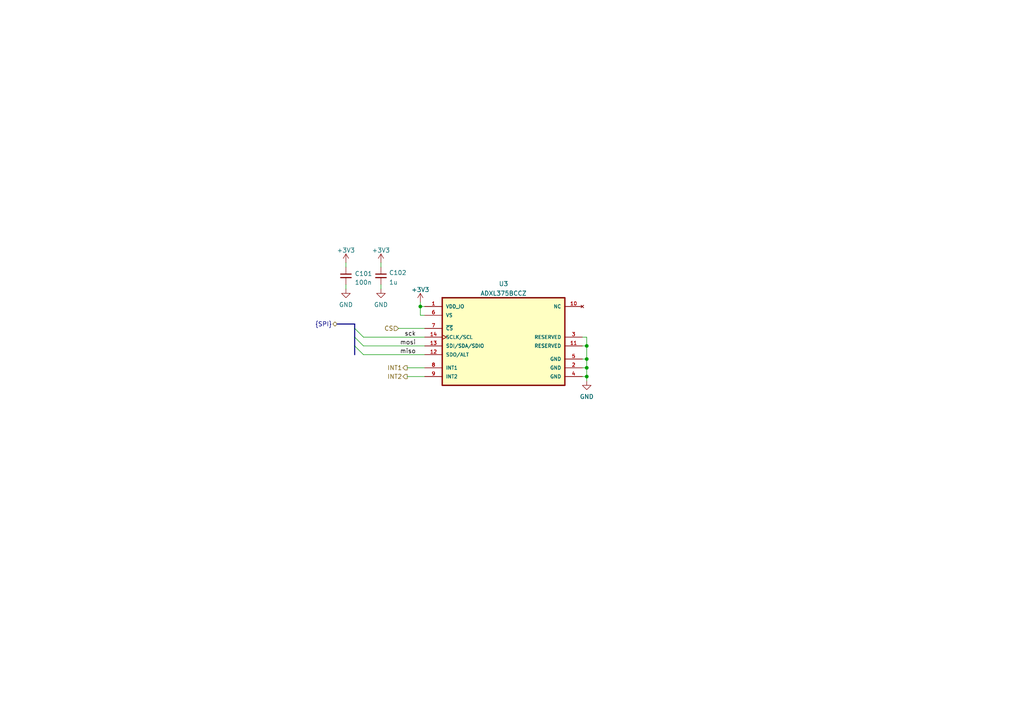
<source format=kicad_sch>
(kicad_sch (version 20231120) (generator "eeschema") (generator_version "8.0")
  (paper "A4")
  (title_block (title "TeleSTERN Rocketry Flight Computer") (date "2023-03-30") (rev "2.2") (company "Space Team Aachen - STAR Dresden - Hochschule Bremen") (comment 1 "Based on Telemega 5.0 by Altusmetrum") (comment 2 "TAPR Open Hardware License"))
  (lib_symbols
    (symbol "Device:C_Small" (pin_numbers hide) (pin_names (offset 0.254) hide)
      (property "Reference" "C" (at 0.254 1.778 0))
      (property "Value" "C_Small" (at 0.254 -2.032 0))
      (symbol "C_Small_0_1"
        (polyline (pts (xy -1.524 -0.508) (xy 1.524 -0.508)) (stroke (width 0.3302)))
        (polyline (pts (xy -1.524 0.508) (xy 1.524 0.508)) (stroke (width 0.3048)))
      )
      (symbol "C_Small_1_1"
        (pin passive line (at 0 2.54 270) (length 2.032) (name "~") (number "1"))
        (pin passive line (at 0 -2.54 90) (length 2.032) (name "~") (number "2"))
      )
    )
    (symbol "lib-telestern:ADXL375BCCZ" (pin_names (offset 1.016))
      (property "Reference" "U" (at -17.78 17.78 0))
      (property "Value" "ADXL375BCCZ" (at -17.78 15.24 0))
      (symbol "ADXL375BCCZ_0_0"
        (rectangle (start -17.78 13.97) (end 17.78 -11.43) (stroke (width 0.41)) (fill (type background)))
        (pin power_in line (at -22.86 11.43 0) (length 5.08) (name "VDD_IO") (number "1"))
        (pin no_connect line (at 22.86 11.43 180) (length 5.08) (name "NC") (number "10"))
        (pin bidirectional line (at 22.86 0 180) (length 5.08) (name "RESERVED") (number "11"))
        (pin bidirectional line (at -22.86 -2.54 0) (length 5.08) (name "SDO/ALT") (number "12"))
        (pin bidirectional line (at -22.86 0 0) (length 5.08) (name "SDI/SDA/SDIO") (number "13"))
        (pin input clock (at -22.86 2.54 0) (length 5.08) (name "SCLK/SCL") (number "14"))
        (pin power_in line (at 22.86 -6.35 180) (length 5.08) (name "GND") (number "2"))
        (pin bidirectional line (at 22.86 2.54 180) (length 5.08) (name "RESERVED") (number "3"))
        (pin power_in line (at 22.86 -8.89 180) (length 5.08) (name "GND") (number "4"))
        (pin power_in line (at 22.86 -3.81 180) (length 5.08) (name "GND") (number "5"))
        (pin bidirectional line (at -22.86 8.89 0) (length 5.08) (name "VS") (number "6"))
        (pin bidirectional line (at -22.86 5.08 0) (length 5.08) (name "~{CS}") (number "7"))
        (pin input line (at -22.86 -6.35 0) (length 5.08) (name "INT1") (number "8"))
        (pin input line (at -22.86 -8.89 0) (length 5.08) (name "INT2") (number "9"))
      )
    )
    (symbol "power:+3.3V" (power) (pin_names (offset 0))
      (property "Value" "+3.3V" (at 0 3.556 0))
      (symbol "+3.3V_0_1"
        (polyline (pts (xy -0.762 1.27) (xy 0 2.54)))
        (polyline (pts (xy 0 0) (xy 0 2.54)))
        (polyline (pts (xy 0 2.54) (xy 0.762 1.27)))
      )
      (symbol "+3.3V_1_1"
        (pin power_in line (at 0 0 90) (length 0) hide (name "+3V3") (number "1"))
      )
    )
    (symbol "power:GND" (power) (pin_names (offset 0))
      (property "Value" "GND" (at 0 -3.81 0))
      (symbol "GND_0_1"
        (polyline (pts (xy 0 0) (xy 0 -1.27) (xy 1.27 -1.27) (xy 0 -2.54) (xy -1.27 -1.27) (xy 0 -1.27)))
      )
      (symbol "GND_1_1"
        (pin power_in line (at 0 0 270) (length 0) hide (name "GND") (number "1"))
      )
    )
  )
  (junction (at 170.18 104.14))
  (junction (at 170.18 100.33))
  (junction (at 170.18 106.68))
  (junction (at 121.92 88.9))
  (junction (at 170.18 109.22))
  (bus_entry (at 102.87 100.33) (size 2.54 2.54))
  (bus_entry (at 102.87 95.25) (size 2.54 2.54))
  (bus_entry (at 102.87 97.79) (size 2.54 2.54))
  (bus (pts (xy 102.87 97.79) (xy 102.87 100.33)))
  (wire (pts (xy 100.33 76.2) (xy 100.33 77.47)))
  (wire (pts (xy 170.18 104.14) (xy 170.18 106.68)))
  (wire (pts (xy 118.11 109.22) (xy 123.19 109.22)))
  (wire (pts (xy 105.41 100.33) (xy 123.19 100.33)))
  (wire (pts (xy 100.33 83.82) (xy 100.33 82.55)))
  (bus (pts (xy 102.87 100.33) (xy 102.87 102.87)))
  (wire (pts (xy 168.91 97.79) (xy 170.18 97.79)))
  (wire (pts (xy 123.19 91.44) (xy 121.92 91.44)))
  (wire (pts (xy 170.18 97.79) (xy 170.18 100.33)))
  (wire (pts (xy 168.91 106.68) (xy 170.18 106.68)))
  (wire (pts (xy 105.41 97.79) (xy 123.19 97.79)))
  (wire (pts (xy 121.92 91.44) (xy 121.92 88.9)))
  (wire (pts (xy 115.57 95.25) (xy 123.19 95.25)))
  (wire (pts (xy 170.18 109.22) (xy 170.18 110.49)))
  (wire (pts (xy 121.92 87.63) (xy 121.92 88.9)))
  (wire (pts (xy 110.49 77.47) (xy 110.49 76.2)))
  (wire (pts (xy 170.18 106.68) (xy 170.18 109.22)))
  (bus (pts (xy 97.79 93.98) (xy 102.87 93.98)))
  (wire (pts (xy 118.11 106.68) (xy 123.19 106.68)))
  (bus (pts (xy 102.87 95.25) (xy 102.87 97.79)))
  (wire (pts (xy 168.91 104.14) (xy 170.18 104.14)))
  (wire (pts (xy 168.91 100.33) (xy 170.18 100.33)))
  (wire (pts (xy 105.41 102.87) (xy 123.19 102.87)))
  (wire (pts (xy 110.49 83.82) (xy 110.49 82.55)))
  (wire (pts (xy 170.18 109.22) (xy 168.91 109.22)))
  (wire (pts (xy 121.92 88.9) (xy 123.19 88.9)))
  (wire (pts (xy 170.18 100.33) (xy 170.18 104.14)))
  (bus (pts (xy 102.87 93.98) (xy 102.87 95.25)))
  (label "sck" (at 120.65 97.79 180))
  (label "mosi" (at 120.65 100.33 180))
  (label "miso" (at 120.65 102.87 180))
  (hierarchical_label "INT1" (shape output) (at 118.11 106.68 180))
  (hierarchical_label "{SPI}" (shape bidirectional) (at 97.79 93.98 180))
  (hierarchical_label "CS" (shape input) (at 115.57 95.25 180))
  (hierarchical_label "INT2" (shape output) (at 118.11 109.22 180))
  (symbol (lib_id "power:+3.3V") (at 121.92 87.63 0) (unit 1)
    (property "Reference" "#PWR0117" (effects (hide yes)))
    (property "Value" "+3V3" (at 121.92 84.0255 0))
  )
  (symbol (lib_id "power:+3.3V") (at 100.33 76.2 0) (unit 1)
    (property "Reference" "#PWR0115" (effects (hide yes)))
    (property "Value" "+3V3" (at 100.33 72.5955 0))
  )
  (symbol (lib_id "power:GND") (at 170.18 110.49 0) (unit 1)
    (property "Reference" "#PWR0190" (effects (hide yes)))
    (property "Value" "GND" (at 170.18 115.0525 0))
  )
  (symbol (lib_id "power:GND") (at 100.33 83.82 0) (unit 1)
    (property "Reference" "#PWR0185" (effects (hide yes)))
    (property "Value" "GND" (at 100.33 88.3825 0))
  )
  (symbol (lib_id "power:GND") (at 110.49 83.82 0) (unit 1)
    (property "Reference" "#PWR0186" (effects (hide yes)))
    (property "Value" "GND" (at 110.49 88.3825 0))
  )
  (symbol (lib_id "power:+3.3V") (at 110.49 76.2 0) (unit 1)
    (property "Reference" "#PWR0116" (effects (hide yes)))
    (property "Value" "+3V3" (at 110.49 72.5955 0))
  )
  (symbol (lib_id "lib-telestern:ADXL375BCCZ") (at 146.05 100.33 0) (unit 1)
    (property "Reference" "U3" (at 146.05 82.3155 0))
    (property "Value" "ADXL375BCCZ" (at 146.05 85.0906 0))
    (property "Footprint" "lib-telestern:ad-lga-14" (effects (hide yes)))
    (property "Datasheet" "https://www.mouser.de/datasheet/2/609/ADI-3122348.pdf" (effects (hide yes)))
    (property "MPN" "ADXL375BCCZ" (effects (hide yes)))
  )
  (symbol (lib_id "Device:C_Small") (at 110.49 80.01 0) (unit 1)
    (property "Reference" "C102" (at 112.8141 79.1078 0) (effects (justify left)))
    (property "Value" "1u" (at 112.8141 81.8829 0) (effects (justify left)))
    (property "Footprint" "lib-telestern:C_0402_1005Metric" (effects (hide yes)))
    (property "MPN" "CL05A105KP5NNNC" (effects (hide yes)))
    (property "note" "Checked" (effects (hide yes)))
  )
  (symbol (lib_id "Device:C_Small") (at 100.33 80.01 0) (unit 1)
    (property "Reference" "C101" (at 102.87 79.3813 0) (effects (justify left)))
    (property "Value" "100n" (at 102.87 81.9213 0) (effects (justify left)))
    (property "Footprint" "lib-telestern:C_0402_1005Metric" (effects (hide yes)))
    (property "MPN" "C1005X5R1E104K050BC" (effects (hide yes)))
    (property "note" "Checked" (effects (hide yes)))
  )
)
</source>
